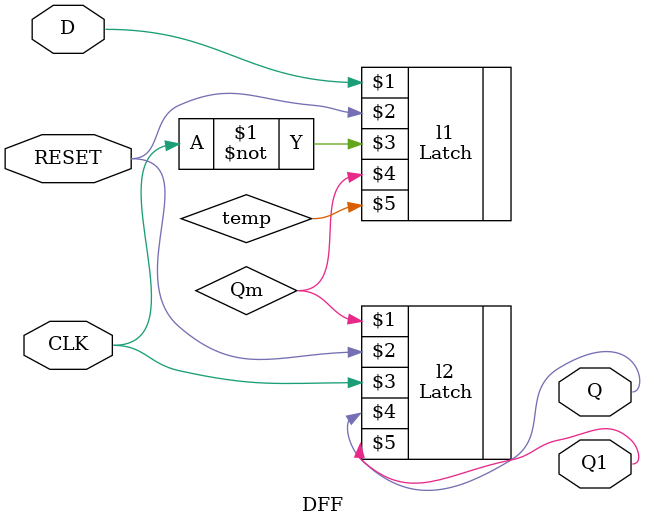
<source format=sv>
module DFF(input D, input RESET, input CLK, output Q, output Q1);
wire Qm;
wire temp;
Latch l1(D,RESET,~CLK,Qm,temp);
Latch l2(Qm,RESET,CLK,Q,Q1);

endmodule
</source>
